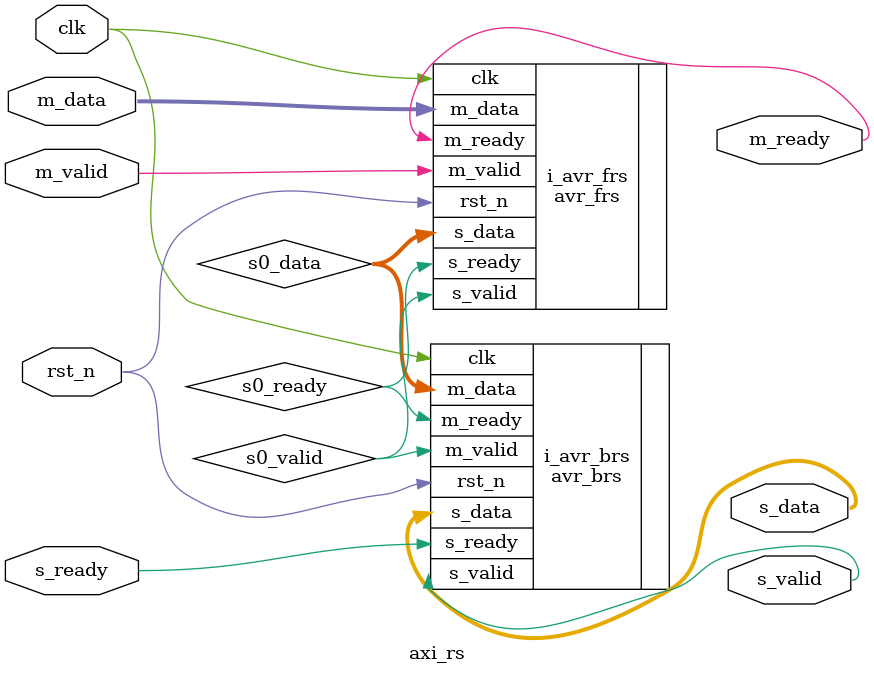
<source format=v>
module axi_rs #(parameter DW='d64) (
    input  [DW-1 : 0] m_data,
    input             m_valid,
    output            m_ready,

    output reg [DW-1 : 0] s_data,
    output reg            s_valid,
    input                 s_ready,

    input                 clk,
    input                 rst_n
);

wire [DW-1 : 0] s0_data;
wire            s0_valid;
wire            s0_ready;

avr_frs #(.DW(DW)) i_avr_frs(
    .m_data(m_data),
    .m_valid(m_valid),
    .m_ready(m_ready),

    .s_data(s0_data),
    .s_valid(s0_valid),
    .s_ready(s0_ready),

    .clk(clk),
    .rst_n(rst_n)
);

avr_brs #(.DW(DW)) i_avr_brs(
    .m_data(s0_data),
    .m_valid(s0_valid),
    .m_ready(s0_ready),

    .s_data(s_data),
    .s_valid(s_valid),
    .s_ready(s_ready),

    .clk(clk),
    .rst_n(rst_n)
);
    
endmodule

</source>
